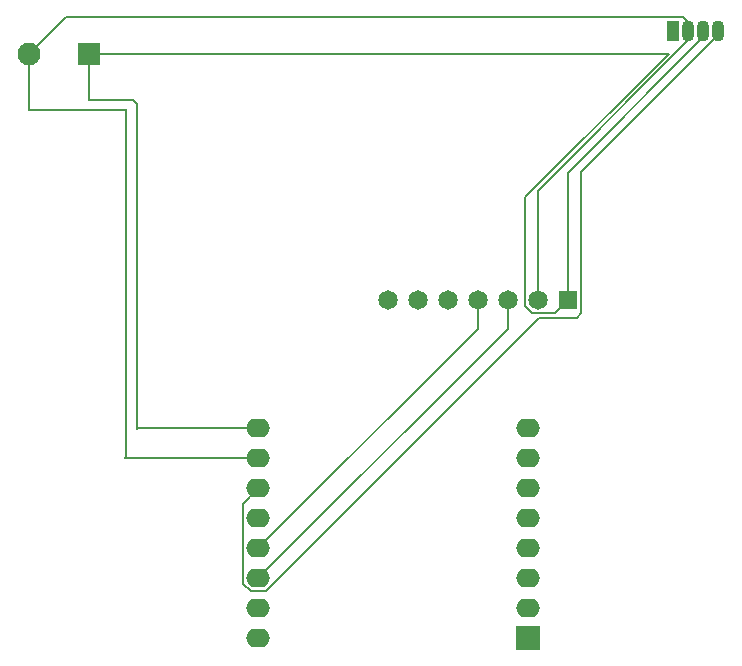
<source format=gbr>
%TF.GenerationSoftware,KiCad,Pcbnew,9.0.2*%
%TF.CreationDate,2025-06-18T12:47:49+02:00*%
%TF.ProjectId,cd30 Luftsensor Projekt ,63643330-204c-4756-9674-73656e736f72,rev?*%
%TF.SameCoordinates,Original*%
%TF.FileFunction,Copper,L1,Top*%
%TF.FilePolarity,Positive*%
%FSLAX46Y46*%
G04 Gerber Fmt 4.6, Leading zero omitted, Abs format (unit mm)*
G04 Created by KiCad (PCBNEW 9.0.2) date 2025-06-18 12:47:49*
%MOMM*%
%LPD*%
G01*
G04 APERTURE LIST*
%TA.AperFunction,ComponentPad*%
%ADD10R,1.650000X1.650000*%
%TD*%
%TA.AperFunction,ComponentPad*%
%ADD11C,1.650000*%
%TD*%
%TA.AperFunction,ComponentPad*%
%ADD12R,2.000000X2.000000*%
%TD*%
%TA.AperFunction,ComponentPad*%
%ADD13O,2.000000X1.600000*%
%TD*%
%TA.AperFunction,ComponentPad*%
%ADD14R,1.950000X1.950000*%
%TD*%
%TA.AperFunction,ComponentPad*%
%ADD15C,1.950000*%
%TD*%
%TA.AperFunction,ComponentPad*%
%ADD16R,1.070000X1.800000*%
%TD*%
%TA.AperFunction,ComponentPad*%
%ADD17O,1.070000X1.800000*%
%TD*%
%TA.AperFunction,Conductor*%
%ADD18C,0.200000*%
%TD*%
G04 APERTURE END LIST*
D10*
%TO.P,U2,1,VDD*%
%TO.N,Net-(D1-VDD)*%
X165312500Y-72675000D03*
D11*
%TO.P,U2,2,GND*%
%TO.N,Net-(D1-GND)*%
X162772500Y-72675000D03*
%TO.P,U2,3,TX/SCL*%
%TO.N,Net-(U1-SCL{slash}D1)*%
X160232500Y-72675000D03*
%TO.P,U2,4,RX/SDA*%
%TO.N,Net-(U1-SDA{slash}D2)*%
X157692500Y-72675000D03*
%TO.P,U2,5,RDY*%
%TO.N,unconnected-(U2-RDY-Pad5)*%
X155152500Y-72675000D03*
%TO.P,U2,6,PWM*%
%TO.N,unconnected-(U2-PWM-Pad6)*%
X152612500Y-72675000D03*
%TO.P,U2,7,SEL*%
%TO.N,unconnected-(U2-SEL-Pad7)*%
X150072500Y-72675000D03*
%TD*%
D12*
%TO.P,U1,1,~{RST}*%
%TO.N,unconnected-(U1-~{RST}-Pad1)*%
X161950000Y-101310000D03*
D13*
%TO.P,U1,2,A0*%
%TO.N,unconnected-(U1-A0-Pad2)*%
X161950000Y-98770000D03*
%TO.P,U1,3,D0*%
%TO.N,unconnected-(U1-D0-Pad3)*%
X161950000Y-96230000D03*
%TO.P,U1,4,SCK/D5*%
%TO.N,unconnected-(U1-SCK{slash}D5-Pad4)*%
X161950000Y-93690000D03*
%TO.P,U1,5,MISO/D6*%
%TO.N,unconnected-(U1-MISO{slash}D6-Pad5)*%
X161950000Y-91150000D03*
%TO.P,U1,6,MOSI/D7*%
%TO.N,unconnected-(U1-MOSI{slash}D7-Pad6)*%
X161950000Y-88610000D03*
%TO.P,U1,7,CS/D8*%
%TO.N,unconnected-(U1-CS{slash}D8-Pad7)*%
X161950000Y-86070000D03*
%TO.P,U1,8,3V3*%
%TO.N,unconnected-(U1-3V3-Pad8)*%
X161950000Y-83530000D03*
%TO.P,U1,9,5V*%
%TO.N,Net-(D1-VDD)*%
X139090000Y-83530000D03*
%TO.P,U1,10,GND*%
%TO.N,Net-(D1-GND)*%
X139090000Y-86070000D03*
%TO.P,U1,11,D4*%
%TO.N,Net-(D1-DI)*%
X139090000Y-88610000D03*
%TO.P,U1,12,D3*%
%TO.N,unconnected-(U1-D3-Pad12)*%
X139090000Y-91150000D03*
%TO.P,U1,13,SDA/D2*%
%TO.N,Net-(U1-SDA{slash}D2)*%
X139090000Y-93690000D03*
%TO.P,U1,14,SCL/D1*%
%TO.N,Net-(U1-SCL{slash}D1)*%
X139090000Y-96230000D03*
%TO.P,U1,15,RX*%
%TO.N,unconnected-(U1-RX-Pad15)*%
X139090000Y-98770000D03*
%TO.P,U1,16,TX*%
%TO.N,unconnected-(U1-TX-Pad16)*%
X139090000Y-101310000D03*
%TD*%
D14*
%TO.P,J1,1,1*%
%TO.N,Net-(D1-VDD)*%
X124775000Y-51800000D03*
D15*
%TO.P,J1,2,2*%
%TO.N,Net-(D1-GND)*%
X119695000Y-51800000D03*
%TD*%
D16*
%TO.P,D1,1,DO*%
%TO.N,unconnected-(D1-DO-Pad1)*%
X174235000Y-49925000D03*
D17*
%TO.P,D1,2,GND*%
%TO.N,Net-(D1-GND)*%
X175505000Y-49925000D03*
%TO.P,D1,3,VDD*%
%TO.N,Net-(D1-VDD)*%
X176775000Y-49925000D03*
%TO.P,D1,4,DI*%
%TO.N,Net-(D1-DI)*%
X178045000Y-49925000D03*
%TD*%
D18*
%TO.N,Net-(D1-GND)*%
X175505000Y-49925000D02*
X175505000Y-50692000D01*
X127850000Y-56550000D02*
X127900000Y-56500000D01*
X119695000Y-51800000D02*
X119695000Y-56545000D01*
X162772500Y-63424500D02*
X162772500Y-72675000D01*
X127870000Y-86070000D02*
X139090000Y-86070000D01*
X175505000Y-50692000D02*
X162772500Y-63424500D01*
X127825000Y-86025000D02*
X127870000Y-86070000D01*
X175505000Y-49925000D02*
X175505000Y-49158000D01*
X175071000Y-48724000D02*
X122771000Y-48724000D01*
X119695000Y-56545000D02*
X119700000Y-56550000D01*
X127900000Y-56500000D02*
X127900000Y-85950000D01*
X119700000Y-56550000D02*
X127850000Y-56550000D01*
X127900000Y-85950000D02*
X127825000Y-86025000D01*
X122771000Y-48724000D02*
X119695000Y-51800000D01*
X175505000Y-49158000D02*
X175071000Y-48724000D01*
%TO.N,Net-(D1-DI)*%
X139746049Y-97331000D02*
X162875049Y-74202000D01*
X139090000Y-88610000D02*
X137789000Y-89911000D01*
X137789000Y-96686049D02*
X138433951Y-97331000D01*
X166438500Y-73801000D02*
X166438500Y-61808783D01*
X137789000Y-89911000D02*
X137789000Y-96686049D01*
X178045000Y-50202283D02*
X178045000Y-49925000D01*
X166438500Y-61808783D02*
X178045000Y-50202283D01*
X166037500Y-74202000D02*
X166438500Y-73801000D01*
X162875049Y-74202000D02*
X166037500Y-74202000D01*
X138433951Y-97331000D02*
X139746049Y-97331000D01*
%TO.N,Net-(D1-VDD)*%
X162306095Y-73801000D02*
X164186500Y-73801000D01*
X124750000Y-55750000D02*
X128500000Y-55750000D01*
X173829900Y-51800000D02*
X161646500Y-63983400D01*
X161646500Y-73141405D02*
X162306095Y-73801000D01*
X124775000Y-51800000D02*
X173829900Y-51800000D01*
X128820000Y-83530000D02*
X139090000Y-83530000D01*
X128800000Y-56050000D02*
X128800000Y-83550000D01*
X176775000Y-50425000D02*
X165312500Y-61887500D01*
X161646500Y-63983400D02*
X161646500Y-73141405D01*
X164186500Y-73801000D02*
X165312500Y-72675000D01*
X124775000Y-55725000D02*
X124750000Y-55750000D01*
X128800000Y-83550000D02*
X128820000Y-83530000D01*
X165312500Y-61887500D02*
X165312500Y-72675000D01*
X124775000Y-51800000D02*
X124775000Y-55725000D01*
X176775000Y-49925000D02*
X176775000Y-50425000D01*
X128500000Y-55750000D02*
X128800000Y-56050000D01*
%TO.N,Net-(U1-SDA{slash}D2)*%
X157692500Y-75087500D02*
X139090000Y-93690000D01*
X157692500Y-72675000D02*
X157692500Y-75087500D01*
%TO.N,Net-(U1-SCL{slash}D1)*%
X160232500Y-75087500D02*
X139090000Y-96230000D01*
X160232500Y-72675000D02*
X160232500Y-75087500D01*
%TD*%
M02*

</source>
